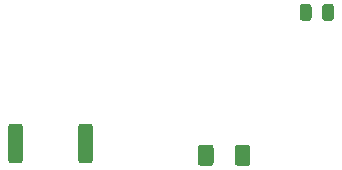
<source format=gbr>
%TF.GenerationSoftware,KiCad,Pcbnew,(5.1.9-0-10_14)*%
%TF.CreationDate,2021-03-06T23:14:37+08:00*%
%TF.ProjectId,xhp70-driver,78687037-302d-4647-9269-7665722e6b69,rev?*%
%TF.SameCoordinates,Original*%
%TF.FileFunction,Paste,Bot*%
%TF.FilePolarity,Positive*%
%FSLAX46Y46*%
G04 Gerber Fmt 4.6, Leading zero omitted, Abs format (unit mm)*
G04 Created by KiCad (PCBNEW (5.1.9-0-10_14)) date 2021-03-06 23:14:37*
%MOMM*%
%LPD*%
G01*
G04 APERTURE LIST*
G04 APERTURE END LIST*
%TO.C,C7*%
G36*
G01*
X149150000Y-62425000D02*
X149150000Y-63375000D01*
G75*
G02*
X148900000Y-63625000I-250000J0D01*
G01*
X148400000Y-63625000D01*
G75*
G02*
X148150000Y-63375000I0J250000D01*
G01*
X148150000Y-62425000D01*
G75*
G02*
X148400000Y-62175000I250000J0D01*
G01*
X148900000Y-62175000D01*
G75*
G02*
X149150000Y-62425000I0J-250000D01*
G01*
G37*
G36*
G01*
X151050000Y-62425000D02*
X151050000Y-63375000D01*
G75*
G02*
X150800000Y-63625000I-250000J0D01*
G01*
X150300000Y-63625000D01*
G75*
G02*
X150050000Y-63375000I0J250000D01*
G01*
X150050000Y-62425000D01*
G75*
G02*
X150300000Y-62175000I250000J0D01*
G01*
X150800000Y-62175000D01*
G75*
G02*
X151050000Y-62425000I0J-250000D01*
G01*
G37*
%TD*%
%TO.C,R2*%
G36*
G01*
X124687500Y-72574999D02*
X124687500Y-75425001D01*
G75*
G02*
X124437501Y-75675000I-249999J0D01*
G01*
X123712499Y-75675000D01*
G75*
G02*
X123462500Y-75425001I0J249999D01*
G01*
X123462500Y-72574999D01*
G75*
G02*
X123712499Y-72325000I249999J0D01*
G01*
X124437501Y-72325000D01*
G75*
G02*
X124687500Y-72574999I0J-249999D01*
G01*
G37*
G36*
G01*
X130612500Y-72574999D02*
X130612500Y-75425001D01*
G75*
G02*
X130362501Y-75675000I-249999J0D01*
G01*
X129637499Y-75675000D01*
G75*
G02*
X129387500Y-75425001I0J249999D01*
G01*
X129387500Y-72574999D01*
G75*
G02*
X129637499Y-72325000I249999J0D01*
G01*
X130362501Y-72325000D01*
G75*
G02*
X130612500Y-72574999I0J-249999D01*
G01*
G37*
%TD*%
%TO.C,C1*%
G36*
G01*
X142650000Y-75650003D02*
X142650000Y-74349997D01*
G75*
G02*
X142899997Y-74100000I249997J0D01*
G01*
X143725003Y-74100000D01*
G75*
G02*
X143975000Y-74349997I0J-249997D01*
G01*
X143975000Y-75650003D01*
G75*
G02*
X143725003Y-75900000I-249997J0D01*
G01*
X142899997Y-75900000D01*
G75*
G02*
X142650000Y-75650003I0J249997D01*
G01*
G37*
G36*
G01*
X139525000Y-75650003D02*
X139525000Y-74349997D01*
G75*
G02*
X139774997Y-74100000I249997J0D01*
G01*
X140600003Y-74100000D01*
G75*
G02*
X140850000Y-74349997I0J-249997D01*
G01*
X140850000Y-75650003D01*
G75*
G02*
X140600003Y-75900000I-249997J0D01*
G01*
X139774997Y-75900000D01*
G75*
G02*
X139525000Y-75650003I0J249997D01*
G01*
G37*
%TD*%
M02*

</source>
